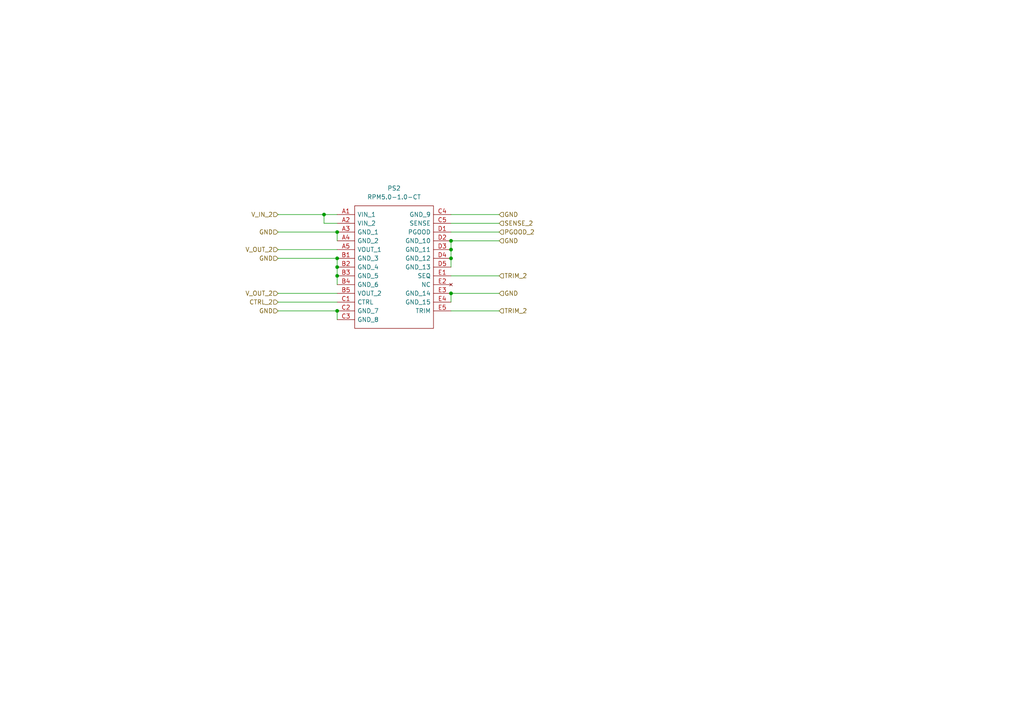
<source format=kicad_sch>
(kicad_sch (version 20211123) (generator eeschema)
  (paper "A4")
  (lib_symbols
    (symbol "RPM5.0-1.0-CT:RPM5.0-1.0-CT" (pin_names (offset 0.762))
      (property "Reference" "PS" (at 29.21 7.62 0))
      (property "Value" "RPM5.0-1.0-CT" (at 29.21 5.08 0))
      (symbol "RPM5.0-1.0-CT_0_0"
        (pin passive line (at 0 0 0) (length 5.08) (name "VIN_1") (number "A1"))
        (pin passive line (at 0 -2.54 0) (length 5.08) (name "VIN_2") (number "A2"))
        (pin passive line (at 0 -5.08 0) (length 5.08) (name "GND_1") (number "A3"))
        (pin passive line (at 0 -7.62 0) (length 5.08) (name "GND_2") (number "A4"))
        (pin passive line (at 0 -10.16 0) (length 5.08) (name "VOUT_1") (number "A5"))
        (pin passive line (at 0 -12.7 0) (length 5.08) (name "GND_3") (number "B1"))
        (pin passive line (at 0 -15.24 0) (length 5.08) (name "GND_4") (number "B2"))
        (pin passive line (at 0 -17.78 0) (length 5.08) (name "GND_5") (number "B3"))
        (pin passive line (at 0 -20.32 0) (length 5.08) (name "GND_6") (number "B4"))
        (pin passive line (at 0 -22.86 0) (length 5.08) (name "VOUT_2") (number "B5"))
        (pin passive line (at 0 -25.4 0) (length 5.08) (name "CTRL") (number "C1"))
        (pin passive line (at 0 -27.94 0) (length 5.08) (name "GND_7") (number "C2"))
        (pin passive line (at 0 -30.48 0) (length 5.08) (name "GND_8") (number "C3"))
        (pin passive line (at 33.02 0 180) (length 5.08) (name "GND_9") (number "C4"))
        (pin passive line (at 33.02 -2.54 180) (length 5.08) (name "SENSE") (number "C5"))
        (pin passive line (at 33.02 -5.08 180) (length 5.08) (name "PGOOD") (number "D1"))
        (pin passive line (at 33.02 -7.62 180) (length 5.08) (name "GND_10") (number "D2"))
        (pin passive line (at 33.02 -10.16 180) (length 5.08) (name "GND_11") (number "D3"))
        (pin passive line (at 33.02 -12.7 180) (length 5.08) (name "GND_12") (number "D4"))
        (pin passive line (at 33.02 -15.24 180) (length 5.08) (name "GND_13") (number "D5"))
        (pin passive line (at 33.02 -17.78 180) (length 5.08) (name "SEQ") (number "E1"))
        (pin no_connect line (at 33.02 -20.32 180) (length 5.08) (name "NC") (number "E2"))
        (pin passive line (at 33.02 -22.86 180) (length 5.08) (name "GND_14") (number "E3"))
        (pin passive line (at 33.02 -25.4 180) (length 5.08) (name "GND_15") (number "E4"))
        (pin passive line (at 33.02 -27.94 180) (length 5.08) (name "TRIM") (number "E5"))
      )
      (symbol "RPM5.0-1.0-CT_0_1"
        (polyline (pts (xy 5.08 2.54) (xy 27.94 2.54) (xy 27.94 -33.02) (xy 5.08 -33.02) (xy 5.08 2.54)) (stroke (width 0.1524)))
      )
    )
  )
  (junction (at 97.79 77.47))
  (junction (at 130.81 85.09))
  (junction (at 93.98 62.23))
  (junction (at 130.81 72.39))
  (junction (at 97.79 80.01))
  (junction (at 130.81 74.93))
  (junction (at 97.79 74.93))
  (junction (at 97.79 90.17))
  (junction (at 130.81 69.85))
  (junction (at 97.79 67.31))
  (wire (pts (xy 130.81 69.85) (xy 130.81 72.39)))
  (wire (pts (xy 80.645 72.39) (xy 97.79 72.39)))
  (wire (pts (xy 80.645 90.17) (xy 97.79 90.17)))
  (wire (pts (xy 130.81 74.93) (xy 130.81 77.47)))
  (wire (pts (xy 97.79 90.17) (xy 97.79 92.71)))
  (wire (pts (xy 80.645 74.93) (xy 97.79 74.93)))
  (wire (pts (xy 97.79 64.77) (xy 93.98 64.77)))
  (wire (pts (xy 80.645 87.63) (xy 97.79 87.63)))
  (wire (pts (xy 130.81 67.31) (xy 144.78 67.31)))
  (wire (pts (xy 130.81 90.17) (xy 144.78 90.17)))
  (wire (pts (xy 93.98 62.23) (xy 97.79 62.23)))
  (wire (pts (xy 80.645 67.31) (xy 97.79 67.31)))
  (wire (pts (xy 97.79 74.93) (xy 97.79 77.47)))
  (wire (pts (xy 130.81 80.01) (xy 144.78 80.01)))
  (wire (pts (xy 93.98 64.77) (xy 93.98 62.23)))
  (wire (pts (xy 130.81 85.09) (xy 130.81 87.63)))
  (wire (pts (xy 97.79 67.31) (xy 97.79 69.85)))
  (wire (pts (xy 80.645 62.23) (xy 93.98 62.23)))
  (wire (pts (xy 97.79 77.47) (xy 97.79 80.01)))
  (wire (pts (xy 130.81 64.77) (xy 144.78 64.77)))
  (wire (pts (xy 130.81 62.23) (xy 144.78 62.23)))
  (wire (pts (xy 130.81 69.85) (xy 144.78 69.85)))
  (wire (pts (xy 97.79 80.01) (xy 97.79 82.55)))
  (wire (pts (xy 130.81 85.09) (xy 144.78 85.09)))
  (wire (pts (xy 130.81 72.39) (xy 130.81 74.93)))
  (wire (pts (xy 80.645 85.09) (xy 97.79 85.09)))
  (hierarchical_label "GND" (shape input) (at 144.78 62.23 0))
  (hierarchical_label "CTRL_2" (shape input) (at 80.645 87.63 180))
  (hierarchical_label "GND" (shape input) (at 80.645 90.17 180))
  (hierarchical_label "GND" (shape input) (at 144.78 85.09 0))
  (hierarchical_label "GND" (shape input) (at 80.645 74.93 180))
  (hierarchical_label "PGOOD_2" (shape input) (at 144.78 67.31 0))
  (hierarchical_label "SENSE_2" (shape input) (at 144.78 64.77 0))
  (hierarchical_label "V_OUT_2" (shape input) (at 80.645 85.09 180))
  (hierarchical_label "TRIM_2" (shape input) (at 144.78 80.01 0))
  (hierarchical_label "GND" (shape input) (at 80.645 67.31 180))
  (hierarchical_label "GND" (shape input) (at 144.78 69.85 0))
  (hierarchical_label "TRIM_2" (shape input) (at 144.78 90.17 0))
  (hierarchical_label "V_IN_2" (shape input) (at 80.645 62.23 180))
  (hierarchical_label "V_OUT_2" (shape input) (at 80.645 72.39 180))
  (symbol (lib_id "RPM5.0-1.0-CT:RPM5.0-1.0-CT") (at 97.79 62.23 0) (unit 1)
    (property "Reference" "PS2" (at 114.3 54.61 0))
    (property "Value" "RPM5.0-1.0-CT" (at 114.3 57.15 0))
    (property "Footprint" "RPM5-1:RPM5010CT" (effects hide))
    (property "Datasheet" "https://componentsearchengine.com/Datasheets/1/RPM5.0-1.0-CT.pdf" (effects hide))
    (property "Description" "Non-Isolated DC/DC Converters 3-17Vin 5.0Vout 1A-1" (effects hide))
    (property "Height" "4" (effects hide))
    (property "Manufacturer_Name" "RECOM Power" (effects hide))
    (property "Manufacturer_Part_Number" "RPM5.0-1.0-CT" (effects hide))
    (property "Mouser Part Number" "919-RPM5.0-1.0-CT" (effects hide))
    (property "Mouser Price/Stock" "https://www.mouser.co.uk/ProductDetail/RECOM-Power/RPM50-10-CT?qs=EBDBlbfErPwqOU5keQgYXg%3D%3D" (effects hide))
    (property "Arrow Part Number" "RPM5.0-1.0-CT" (effects hide))
    (property "Arrow Price/Stock" "https://www.arrow.com/en/products/rpm5.0-1.0-ct/recom-power" (effects hide))
  )
)
</source>
